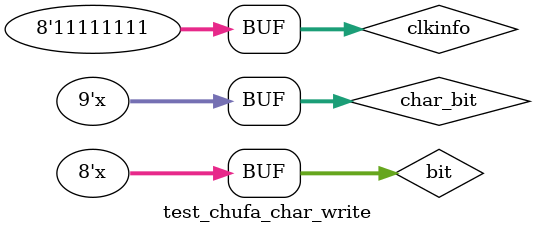
<source format=v>
`timescale 1ns / 1ps


module test_chufa_char_write;
reg[7:0] bit = 0;
reg[7:0] clkinfo = 8'hff;
always#10
    bit = bit + 1;
wire [8:0]char_bit;
assign char_bit = clkinfo/bit;
endmodule

</source>
